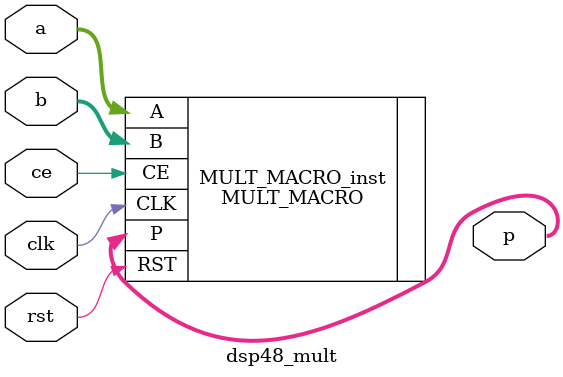
<source format=v>

module dsp48_mult #(
    parameter WIDTH_A = 18,   // Valid range: 1–25
    parameter WIDTH_B = 18,   // Valid range: 1–18
    parameter LATENCY = 3     // Valid range: 0–4 (pipeline stages)
)(
    input  wire                  clk,   // Clock
    input  wire                  rst,   // Active-high reset
    input  wire                  ce,    // Clock enable
    input  wire [WIDTH_A-1:0]    a,     // Multiplier input A
    input  wire [WIDTH_B-1:0]    b,     // Multiplier input B
    output wire [WIDTH_A+WIDTH_B-1:0] p // Product output
);

    // ------------------------------------------------------------------------
    // Xilinx MULT_MACRO instantiation
    // ------------------------------------------------------------------------
    MULT_MACRO #(
        .DEVICE("7SERIES"),  // Target device family
        .LATENCY(LATENCY),   // Pipeline stages in DSP slice
        .WIDTH_A(WIDTH_A),   // Width of A input
        .WIDTH_B(WIDTH_B)    // Width of B input
    ) MULT_MACRO_inst (
        .P(p),     // Output product
        .A(a),
        .B(b),
        .CE(ce),
        .CLK(clk),
        .RST(rst)
    );

endmodule

</source>
